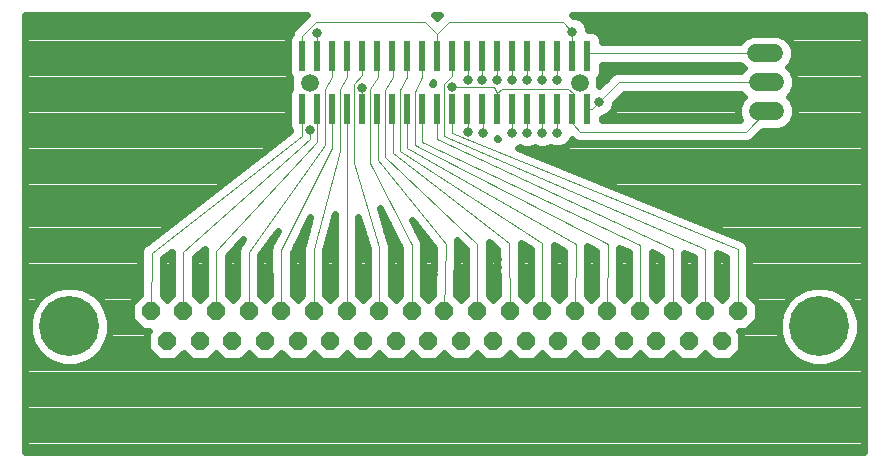
<source format=gtl>
G75*
%MOIN*%
%OFA0B0*%
%FSLAX25Y25*%
%IPPOS*%
%LPD*%
%AMOC8*
5,1,8,0,0,1.08239X$1,22.5*
%
%ADD10R,0.02362X0.09843*%
%ADD11C,0.05937*%
%ADD12OC8,0.06000*%
%ADD13C,0.20000*%
%ADD14C,0.05937*%
%ADD15C,0.00492*%
%ADD16C,0.03181*%
%ADD17C,0.02400*%
D10*
X0100015Y0142583D03*
X0105015Y0142583D03*
X0110015Y0142583D03*
X0115015Y0142583D03*
X0120015Y0142583D03*
X0125015Y0142583D03*
X0130015Y0142583D03*
X0135015Y0142583D03*
X0140015Y0142583D03*
X0145015Y0142583D03*
X0150015Y0142583D03*
X0155015Y0142583D03*
X0160015Y0142583D03*
X0165015Y0142583D03*
X0170015Y0142583D03*
X0175015Y0142583D03*
X0180015Y0142583D03*
X0185015Y0142583D03*
X0190015Y0142583D03*
X0195015Y0142583D03*
X0195015Y0160497D03*
X0190015Y0160497D03*
X0185015Y0160497D03*
X0180015Y0160497D03*
X0175015Y0160497D03*
X0170015Y0160497D03*
X0165015Y0160497D03*
X0160015Y0160497D03*
X0155015Y0160497D03*
X0150015Y0160497D03*
X0145015Y0160497D03*
X0140015Y0160497D03*
X0135015Y0160497D03*
X0130015Y0160497D03*
X0125015Y0160497D03*
X0120015Y0160497D03*
X0115015Y0160497D03*
X0110015Y0160497D03*
X0105015Y0160497D03*
X0100015Y0160497D03*
D11*
X0102515Y0151540D03*
X0192515Y0151540D03*
D12*
X0190917Y0075300D03*
X0201717Y0075300D03*
X0212617Y0075300D03*
X0223517Y0075300D03*
X0234317Y0075300D03*
X0245217Y0075300D03*
X0239817Y0065300D03*
X0228917Y0065300D03*
X0218017Y0065300D03*
X0207217Y0065300D03*
X0196317Y0065300D03*
X0185417Y0065300D03*
X0174617Y0065300D03*
X0163717Y0065300D03*
X0152817Y0065300D03*
X0142017Y0065300D03*
X0131117Y0065300D03*
X0120217Y0065300D03*
X0109417Y0065300D03*
X0098517Y0065300D03*
X0087617Y0065300D03*
X0076717Y0065300D03*
X0065917Y0065300D03*
X0055017Y0065300D03*
X0060417Y0075300D03*
X0049617Y0075300D03*
X0071317Y0075300D03*
X0082217Y0075300D03*
X0093017Y0075300D03*
X0103917Y0075300D03*
X0114817Y0075300D03*
X0125717Y0075300D03*
X0136517Y0075300D03*
X0147417Y0075300D03*
X0158317Y0075300D03*
X0169117Y0075300D03*
X0180017Y0075300D03*
D13*
X0272417Y0070300D03*
X0022417Y0070300D03*
D14*
X0251791Y0142111D02*
X0257728Y0142111D01*
X0257728Y0151658D02*
X0251791Y0151658D01*
X0251397Y0161304D02*
X0257334Y0161304D01*
D15*
X0254365Y0161304D02*
X0195822Y0161304D01*
X0195015Y0160497D01*
X0190094Y0160576D02*
X0190015Y0160497D01*
X0190094Y0160576D02*
X0190094Y0168568D01*
X0187043Y0171619D01*
X0148854Y0171619D01*
X0145015Y0167780D01*
X0145015Y0160497D01*
X0144917Y0160595D01*
X0144917Y0167682D01*
X0140980Y0171619D01*
X0104562Y0171619D01*
X0100015Y0167072D01*
X0100015Y0160497D01*
X0105015Y0160497D02*
X0105054Y0160536D01*
X0105054Y0168174D01*
X0110015Y0160497D02*
X0109976Y0160457D01*
X0109976Y0153410D01*
X0107515Y0149473D01*
X0107515Y0130772D01*
X0082118Y0095238D01*
X0082217Y0075300D01*
X0071317Y0075300D02*
X0071317Y0095263D01*
X0105054Y0131757D01*
X0105054Y0142544D01*
X0105015Y0142583D01*
X0109976Y0142544D02*
X0110015Y0142583D01*
X0109976Y0142544D02*
X0109976Y0129788D01*
X0092918Y0095802D01*
X0093017Y0075300D01*
X0103917Y0075300D02*
X0103917Y0096072D01*
X0112436Y0128706D01*
X0112436Y0149473D01*
X0114897Y0153410D01*
X0114897Y0160379D01*
X0115015Y0160497D01*
X0120015Y0160497D02*
X0120015Y0154099D01*
X0117357Y0150950D01*
X0117357Y0124769D01*
X0125717Y0096626D01*
X0125717Y0075300D01*
X0136517Y0075300D02*
X0136517Y0097342D01*
X0122476Y0124769D01*
X0122476Y0149375D01*
X0125133Y0153410D01*
X0125133Y0159828D01*
X0125015Y0160497D01*
X0130015Y0160497D02*
X0130153Y0160359D01*
X0130153Y0153410D01*
X0127692Y0149178D01*
X0127692Y0126835D01*
X0158317Y0097786D01*
X0158317Y0075300D01*
X0169117Y0075300D02*
X0168920Y0098108D01*
X0130153Y0127918D01*
X0130153Y0142721D01*
X0130015Y0142583D01*
X0130153Y0142721D02*
X0130153Y0144552D01*
X0135015Y0142583D02*
X0135074Y0142524D01*
X0135074Y0129887D01*
X0191113Y0097666D01*
X0190917Y0075300D01*
X0201717Y0075300D02*
X0201865Y0097741D01*
X0137535Y0130772D01*
X0137535Y0148489D01*
X0139995Y0153410D01*
X0139995Y0160477D01*
X0140015Y0160497D01*
X0135074Y0160438D02*
X0135015Y0160497D01*
X0135074Y0160438D02*
X0135074Y0153410D01*
X0132613Y0148981D01*
X0132613Y0128902D01*
X0180017Y0098035D01*
X0180017Y0075300D01*
X0212617Y0075300D02*
X0212692Y0097446D01*
X0139995Y0131757D01*
X0139995Y0142564D01*
X0140015Y0142583D01*
X0144917Y0142485D02*
X0145015Y0142583D01*
X0144917Y0142485D02*
X0144917Y0132741D01*
X0223519Y0095969D01*
X0223517Y0075300D01*
X0234317Y0075300D02*
X0234346Y0095969D01*
X0147377Y0133725D01*
X0147377Y0151146D01*
X0149838Y0153902D01*
X0149838Y0160320D01*
X0150015Y0160497D01*
X0154759Y0160241D02*
X0155015Y0160497D01*
X0155251Y0160261D01*
X0155251Y0152524D01*
X0159976Y0152426D02*
X0159976Y0160457D01*
X0160015Y0160497D01*
X0165015Y0160497D02*
X0165094Y0160418D01*
X0165094Y0152524D01*
X0163854Y0149965D02*
X0165015Y0147918D01*
X0166570Y0149473D01*
X0188716Y0149473D01*
X0190192Y0147997D01*
X0190192Y0142761D01*
X0190192Y0137662D01*
X0192653Y0135202D01*
X0247850Y0135202D01*
X0254759Y0142111D01*
X0254759Y0151658D02*
X0205665Y0151658D01*
X0199050Y0145044D01*
X0196590Y0142583D01*
X0195015Y0142583D01*
X0190192Y0142761D02*
X0190015Y0142583D01*
X0185074Y0142328D02*
X0185015Y0142583D01*
X0185074Y0142328D02*
X0185074Y0134808D01*
X0179857Y0134709D02*
X0179857Y0142426D01*
X0180015Y0142583D01*
X0175015Y0142583D02*
X0174936Y0142505D01*
X0174936Y0134611D01*
X0170015Y0134611D02*
X0170015Y0142583D01*
X0165015Y0142583D02*
X0165015Y0147918D01*
X0163854Y0149965D02*
X0149936Y0149965D01*
X0150015Y0142583D02*
X0149838Y0142406D01*
X0149838Y0134709D01*
X0245172Y0095969D01*
X0245217Y0075300D01*
X0147417Y0075300D02*
X0147810Y0097761D01*
X0125428Y0125851D01*
X0125133Y0142465D01*
X0125015Y0142583D01*
X0120015Y0142583D02*
X0120015Y0149670D01*
X0115015Y0142583D02*
X0114817Y0142385D01*
X0114817Y0075300D01*
X0060417Y0075300D02*
X0060417Y0094993D01*
X0102594Y0132741D01*
X0102594Y0135694D01*
X0099936Y0133627D02*
X0099936Y0142505D01*
X0100015Y0142583D01*
X0099936Y0133627D02*
X0049813Y0094823D01*
X0049617Y0075300D01*
X0155251Y0135202D02*
X0155251Y0142347D01*
X0155015Y0142583D01*
X0160015Y0142583D02*
X0160172Y0142426D01*
X0160172Y0134709D01*
X0170015Y0152426D02*
X0170015Y0160497D01*
X0174936Y0160418D02*
X0175015Y0160497D01*
X0174936Y0160418D02*
X0174936Y0152426D01*
X0180054Y0152426D02*
X0180054Y0160457D01*
X0180015Y0160497D01*
X0184976Y0160457D02*
X0185015Y0160497D01*
X0184976Y0160457D02*
X0184976Y0152426D01*
D16*
X0184976Y0152426D03*
X0180054Y0152426D03*
X0174936Y0152426D03*
X0170015Y0152426D03*
X0165094Y0152524D03*
X0159976Y0152426D03*
X0155251Y0152524D03*
X0149936Y0149965D03*
X0155251Y0135202D03*
X0160172Y0134709D03*
X0170015Y0134611D03*
X0174936Y0134611D03*
X0179857Y0134709D03*
X0185074Y0134808D03*
X0199050Y0145044D03*
X0190094Y0168568D03*
X0120015Y0149670D03*
X0102594Y0135694D03*
X0105054Y0168174D03*
D17*
X0007522Y0174170D02*
X0007522Y0028319D01*
X0287232Y0028319D01*
X0287232Y0174170D01*
X0189930Y0174170D01*
X0190342Y0173758D01*
X0191126Y0173758D01*
X0193034Y0172968D01*
X0194494Y0171508D01*
X0195284Y0169600D01*
X0195284Y0169018D01*
X0196912Y0169018D01*
X0198235Y0168470D01*
X0199248Y0167457D01*
X0199796Y0166134D01*
X0199796Y0165150D01*
X0245954Y0165150D01*
X0247676Y0166872D01*
X0250090Y0167872D01*
X0258640Y0167872D01*
X0261055Y0166872D01*
X0262902Y0165025D01*
X0263902Y0162610D01*
X0263902Y0159997D01*
X0262902Y0157583D01*
X0261997Y0156678D01*
X0263296Y0155379D01*
X0264296Y0152965D01*
X0264296Y0150352D01*
X0263296Y0147938D01*
X0262243Y0146885D01*
X0263296Y0145832D01*
X0264296Y0143418D01*
X0264296Y0140804D01*
X0263296Y0138390D01*
X0261448Y0136543D01*
X0259034Y0135543D01*
X0253630Y0135543D01*
X0250028Y0131941D01*
X0248615Y0131356D01*
X0191888Y0131356D01*
X0190474Y0131941D01*
X0189789Y0132627D01*
X0189474Y0131868D01*
X0188014Y0130408D01*
X0186106Y0129617D01*
X0184042Y0129617D01*
X0182585Y0130221D01*
X0180890Y0129519D01*
X0178825Y0129519D01*
X0177516Y0130061D01*
X0175969Y0129420D01*
X0173904Y0129420D01*
X0172476Y0130012D01*
X0172049Y0129835D01*
X0245920Y0099817D01*
X0245929Y0099817D01*
X0246629Y0099529D01*
X0247329Y0099244D01*
X0247336Y0099238D01*
X0247344Y0099234D01*
X0247881Y0098700D01*
X0248418Y0098170D01*
X0248422Y0098161D01*
X0248428Y0098155D01*
X0248719Y0097456D01*
X0249013Y0096760D01*
X0249013Y0096751D01*
X0249017Y0096743D01*
X0249018Y0095986D01*
X0249024Y0095230D01*
X0249020Y0095222D01*
X0249051Y0080799D01*
X0251817Y0078034D01*
X0251817Y0072566D01*
X0247950Y0068700D01*
X0245750Y0068700D01*
X0246417Y0068034D01*
X0246417Y0062566D01*
X0242550Y0058700D01*
X0237083Y0058700D01*
X0234367Y0061416D01*
X0231650Y0058700D01*
X0226183Y0058700D01*
X0223467Y0061416D01*
X0220750Y0058700D01*
X0215283Y0058700D01*
X0212617Y0061366D01*
X0209950Y0058700D01*
X0204483Y0058700D01*
X0201767Y0061416D01*
X0199050Y0058700D01*
X0193583Y0058700D01*
X0190867Y0061416D01*
X0188150Y0058700D01*
X0182683Y0058700D01*
X0180017Y0061366D01*
X0177350Y0058700D01*
X0171883Y0058700D01*
X0169167Y0061416D01*
X0166450Y0058700D01*
X0160983Y0058700D01*
X0158267Y0061416D01*
X0155550Y0058700D01*
X0150083Y0058700D01*
X0147417Y0061366D01*
X0144750Y0058700D01*
X0139283Y0058700D01*
X0136567Y0061416D01*
X0133850Y0058700D01*
X0128383Y0058700D01*
X0125667Y0061416D01*
X0122950Y0058700D01*
X0117483Y0058700D01*
X0114817Y0061366D01*
X0112150Y0058700D01*
X0106683Y0058700D01*
X0103967Y0061416D01*
X0101250Y0058700D01*
X0095783Y0058700D01*
X0093067Y0061416D01*
X0090350Y0058700D01*
X0084883Y0058700D01*
X0082167Y0061416D01*
X0079450Y0058700D01*
X0073983Y0058700D01*
X0071317Y0061366D01*
X0068650Y0058700D01*
X0063183Y0058700D01*
X0060467Y0061416D01*
X0057750Y0058700D01*
X0052283Y0058700D01*
X0048417Y0062566D01*
X0048417Y0068034D01*
X0049083Y0068700D01*
X0046883Y0068700D01*
X0043017Y0072566D01*
X0043017Y0078034D01*
X0045826Y0080843D01*
X0045962Y0094327D01*
X0045902Y0094550D01*
X0045970Y0095086D01*
X0045975Y0095627D01*
X0046066Y0095839D01*
X0046095Y0096067D01*
X0046363Y0096537D01*
X0046575Y0097034D01*
X0046740Y0097196D01*
X0046854Y0097396D01*
X0047282Y0097727D01*
X0047668Y0098105D01*
X0047882Y0098191D01*
X0095978Y0135427D01*
X0095782Y0135623D01*
X0095234Y0136946D01*
X0095234Y0148221D01*
X0095782Y0149544D01*
X0096100Y0149862D01*
X0095946Y0150234D01*
X0095946Y0152847D01*
X0096100Y0153218D01*
X0095782Y0153536D01*
X0095234Y0154859D01*
X0095234Y0166134D01*
X0095782Y0167457D01*
X0096174Y0167850D01*
X0096754Y0169250D01*
X0101302Y0173798D01*
X0101675Y0174170D01*
X0007522Y0174170D01*
X0007522Y0174136D02*
X0101640Y0174136D01*
X0099242Y0171738D02*
X0007522Y0171738D01*
X0007522Y0169339D02*
X0096843Y0169339D01*
X0095568Y0166941D02*
X0007522Y0166941D01*
X0007522Y0164542D02*
X0095234Y0164542D01*
X0095234Y0162144D02*
X0007522Y0162144D01*
X0007522Y0159745D02*
X0095234Y0159745D01*
X0095234Y0157347D02*
X0007522Y0157347D01*
X0007522Y0154948D02*
X0095234Y0154948D01*
X0095946Y0152550D02*
X0007522Y0152550D01*
X0007522Y0150151D02*
X0095981Y0150151D01*
X0095234Y0147753D02*
X0007522Y0147753D01*
X0007522Y0145354D02*
X0095234Y0145354D01*
X0095234Y0142956D02*
X0007522Y0142956D01*
X0007522Y0140557D02*
X0095234Y0140557D01*
X0095234Y0138159D02*
X0007522Y0138159D01*
X0007522Y0135760D02*
X0095725Y0135760D01*
X0093311Y0133362D02*
X0007522Y0133362D01*
X0007522Y0130963D02*
X0090213Y0130963D01*
X0087115Y0128565D02*
X0007522Y0128565D01*
X0007522Y0126166D02*
X0084017Y0126166D01*
X0080918Y0123768D02*
X0007522Y0123768D01*
X0007522Y0121369D02*
X0077820Y0121369D01*
X0074722Y0118970D02*
X0007522Y0118970D01*
X0007522Y0116572D02*
X0071624Y0116572D01*
X0068526Y0114173D02*
X0007522Y0114173D01*
X0007522Y0111775D02*
X0065428Y0111775D01*
X0062330Y0109376D02*
X0007522Y0109376D01*
X0007522Y0106978D02*
X0059231Y0106978D01*
X0056133Y0104579D02*
X0007522Y0104579D01*
X0007522Y0102181D02*
X0053035Y0102181D01*
X0049937Y0099782D02*
X0007522Y0099782D01*
X0007522Y0097384D02*
X0046847Y0097384D01*
X0045957Y0094985D02*
X0007522Y0094985D01*
X0007522Y0092587D02*
X0045945Y0092587D01*
X0045920Y0090188D02*
X0007522Y0090188D01*
X0007522Y0087790D02*
X0045896Y0087790D01*
X0045872Y0085391D02*
X0007522Y0085391D01*
X0007522Y0082993D02*
X0017240Y0082993D01*
X0017167Y0082973D02*
X0014066Y0081183D01*
X0011534Y0078651D01*
X0009743Y0075549D01*
X0008817Y0072090D01*
X0008817Y0068510D01*
X0009743Y0065051D01*
X0011534Y0061949D01*
X0014066Y0059417D01*
X0017167Y0057627D01*
X0020626Y0056700D01*
X0024207Y0056700D01*
X0027666Y0057627D01*
X0030767Y0059417D01*
X0033299Y0061949D01*
X0035090Y0065051D01*
X0036017Y0068510D01*
X0036017Y0072090D01*
X0035090Y0075549D01*
X0033299Y0078651D01*
X0030767Y0081183D01*
X0027666Y0082973D01*
X0024207Y0083900D01*
X0020626Y0083900D01*
X0017167Y0082973D01*
X0013478Y0080594D02*
X0007522Y0080594D01*
X0007522Y0078196D02*
X0011271Y0078196D01*
X0009886Y0075797D02*
X0007522Y0075797D01*
X0007522Y0073399D02*
X0009167Y0073399D01*
X0008817Y0071000D02*
X0007522Y0071000D01*
X0007522Y0068602D02*
X0008817Y0068602D01*
X0009434Y0066203D02*
X0007522Y0066203D01*
X0007522Y0063805D02*
X0010463Y0063805D01*
X0012077Y0061406D02*
X0007522Y0061406D01*
X0007522Y0059008D02*
X0014775Y0059008D01*
X0007522Y0056609D02*
X0287232Y0056609D01*
X0287232Y0059008D02*
X0280058Y0059008D01*
X0280767Y0059417D02*
X0283299Y0061949D01*
X0285090Y0065051D01*
X0286017Y0068510D01*
X0286017Y0072090D01*
X0285090Y0075549D01*
X0283299Y0078651D01*
X0280767Y0081183D01*
X0277666Y0082973D01*
X0274207Y0083900D01*
X0270626Y0083900D01*
X0267167Y0082973D01*
X0264066Y0081183D01*
X0261534Y0078651D01*
X0259743Y0075549D01*
X0258817Y0072090D01*
X0258817Y0068510D01*
X0259743Y0065051D01*
X0261534Y0061949D01*
X0264066Y0059417D01*
X0267167Y0057627D01*
X0270626Y0056700D01*
X0274207Y0056700D01*
X0277666Y0057627D01*
X0280767Y0059417D01*
X0282756Y0061406D02*
X0287232Y0061406D01*
X0287232Y0063805D02*
X0284370Y0063805D01*
X0285399Y0066203D02*
X0287232Y0066203D01*
X0287232Y0068602D02*
X0286017Y0068602D01*
X0286017Y0071000D02*
X0287232Y0071000D01*
X0287232Y0073399D02*
X0285666Y0073399D01*
X0284947Y0075797D02*
X0287232Y0075797D01*
X0287232Y0078196D02*
X0283562Y0078196D01*
X0281356Y0080594D02*
X0287232Y0080594D01*
X0287232Y0082993D02*
X0277593Y0082993D01*
X0267240Y0082993D02*
X0249046Y0082993D01*
X0249256Y0080594D02*
X0263478Y0080594D01*
X0261271Y0078196D02*
X0251655Y0078196D01*
X0251817Y0075797D02*
X0259886Y0075797D01*
X0259167Y0073399D02*
X0251817Y0073399D01*
X0250251Y0071000D02*
X0258817Y0071000D01*
X0258817Y0068602D02*
X0245849Y0068602D01*
X0246417Y0066203D02*
X0259434Y0066203D01*
X0260463Y0063805D02*
X0246417Y0063805D01*
X0245257Y0061406D02*
X0262077Y0061406D01*
X0264775Y0059008D02*
X0242858Y0059008D01*
X0236775Y0059008D02*
X0231958Y0059008D01*
X0234357Y0061406D02*
X0234377Y0061406D01*
X0225875Y0059008D02*
X0221058Y0059008D01*
X0223457Y0061406D02*
X0223477Y0061406D01*
X0214975Y0059008D02*
X0210258Y0059008D01*
X0204175Y0059008D02*
X0199358Y0059008D01*
X0201757Y0061406D02*
X0201777Y0061406D01*
X0193275Y0059008D02*
X0188458Y0059008D01*
X0190857Y0061406D02*
X0190877Y0061406D01*
X0182375Y0059008D02*
X0177658Y0059008D01*
X0171575Y0059008D02*
X0166758Y0059008D01*
X0169157Y0061406D02*
X0169177Y0061406D01*
X0160675Y0059008D02*
X0155858Y0059008D01*
X0158257Y0061406D02*
X0158277Y0061406D01*
X0149775Y0059008D02*
X0145058Y0059008D01*
X0138975Y0059008D02*
X0134158Y0059008D01*
X0136557Y0061406D02*
X0136577Y0061406D01*
X0128075Y0059008D02*
X0123258Y0059008D01*
X0125657Y0061406D02*
X0125677Y0061406D01*
X0117175Y0059008D02*
X0112458Y0059008D01*
X0106375Y0059008D02*
X0101558Y0059008D01*
X0103957Y0061406D02*
X0103977Y0061406D01*
X0095475Y0059008D02*
X0090658Y0059008D01*
X0093057Y0061406D02*
X0093077Y0061406D01*
X0084575Y0059008D02*
X0079758Y0059008D01*
X0082157Y0061406D02*
X0082177Y0061406D01*
X0073675Y0059008D02*
X0068958Y0059008D01*
X0062875Y0059008D02*
X0058058Y0059008D01*
X0060457Y0061406D02*
X0060477Y0061406D01*
X0051975Y0059008D02*
X0030058Y0059008D01*
X0032756Y0061406D02*
X0049577Y0061406D01*
X0048417Y0063805D02*
X0034370Y0063805D01*
X0035399Y0066203D02*
X0048417Y0066203D01*
X0048984Y0068602D02*
X0036017Y0068602D01*
X0036017Y0071000D02*
X0044582Y0071000D01*
X0043017Y0073399D02*
X0035666Y0073399D01*
X0034947Y0075797D02*
X0043017Y0075797D01*
X0043179Y0078196D02*
X0033562Y0078196D01*
X0031356Y0080594D02*
X0045577Y0080594D01*
X0045848Y0082993D02*
X0027593Y0082993D01*
X0053540Y0082993D02*
X0056570Y0082993D01*
X0056570Y0080788D02*
X0055017Y0079234D01*
X0053518Y0080733D01*
X0053640Y0092922D01*
X0056570Y0095190D01*
X0056570Y0095099D01*
X0056534Y0094442D01*
X0056570Y0094338D01*
X0056570Y0080788D01*
X0056377Y0080594D02*
X0053656Y0080594D01*
X0053565Y0085391D02*
X0056570Y0085391D01*
X0056570Y0087790D02*
X0053589Y0087790D01*
X0053613Y0090188D02*
X0056570Y0090188D01*
X0056570Y0092587D02*
X0053637Y0092587D01*
X0056306Y0094985D02*
X0056564Y0094985D01*
X0064263Y0093274D02*
X0067547Y0096213D01*
X0067470Y0096028D01*
X0067470Y0095950D01*
X0067443Y0095877D01*
X0067470Y0095188D01*
X0067470Y0080788D01*
X0065867Y0079184D01*
X0064263Y0080788D01*
X0064263Y0093274D01*
X0064263Y0092587D02*
X0067470Y0092587D01*
X0067470Y0094985D02*
X0066175Y0094985D01*
X0067470Y0090188D02*
X0064263Y0090188D01*
X0064263Y0087790D02*
X0067470Y0087790D01*
X0067470Y0085391D02*
X0064263Y0085391D01*
X0064263Y0082993D02*
X0067470Y0082993D01*
X0067277Y0080594D02*
X0064456Y0080594D01*
X0075163Y0080788D02*
X0076767Y0079184D01*
X0078343Y0080761D01*
X0078274Y0094911D01*
X0078199Y0095361D01*
X0078270Y0095668D01*
X0078268Y0095984D01*
X0078441Y0096407D01*
X0078544Y0096852D01*
X0078728Y0097108D01*
X0078847Y0097400D01*
X0079168Y0097725D01*
X0080320Y0099336D01*
X0075163Y0093758D01*
X0075163Y0080788D01*
X0075356Y0080594D02*
X0078177Y0080594D01*
X0078332Y0082993D02*
X0075163Y0082993D01*
X0075163Y0085391D02*
X0078321Y0085391D01*
X0078309Y0087790D02*
X0075163Y0087790D01*
X0075163Y0090188D02*
X0078297Y0090188D01*
X0078285Y0092587D02*
X0075163Y0092587D01*
X0076298Y0094985D02*
X0078261Y0094985D01*
X0078515Y0097384D02*
X0078840Y0097384D01*
X0085970Y0094013D02*
X0091837Y0102222D01*
X0089755Y0098073D01*
X0089647Y0097965D01*
X0089414Y0097394D01*
X0089138Y0096843D01*
X0089126Y0096690D01*
X0089068Y0096548D01*
X0089071Y0095932D01*
X0089027Y0095317D01*
X0089075Y0095171D01*
X0089144Y0080761D01*
X0087617Y0079234D01*
X0086035Y0080815D01*
X0085970Y0094013D01*
X0086665Y0094985D02*
X0089076Y0094985D01*
X0089087Y0092587D02*
X0085977Y0092587D01*
X0085989Y0090188D02*
X0089099Y0090188D01*
X0089110Y0087790D02*
X0086001Y0087790D01*
X0086013Y0085391D02*
X0089122Y0085391D01*
X0089134Y0082993D02*
X0086025Y0082993D01*
X0086256Y0080594D02*
X0088977Y0080594D01*
X0096836Y0080814D02*
X0096769Y0094899D01*
X0102744Y0106804D01*
X0100262Y0097299D01*
X0100070Y0096837D01*
X0100070Y0096565D01*
X0100002Y0096303D01*
X0100070Y0095807D01*
X0100070Y0080788D01*
X0098467Y0079184D01*
X0096836Y0080814D01*
X0097056Y0080594D02*
X0099877Y0080594D01*
X0100070Y0082993D02*
X0096826Y0082993D01*
X0096814Y0085391D02*
X0100070Y0085391D01*
X0100070Y0087790D02*
X0096803Y0087790D01*
X0096791Y0090188D02*
X0100070Y0090188D01*
X0100070Y0092587D02*
X0096780Y0092587D01*
X0096812Y0094985D02*
X0100070Y0094985D01*
X0100284Y0097384D02*
X0098016Y0097384D01*
X0099219Y0099782D02*
X0100910Y0099782D01*
X0100423Y0102181D02*
X0101537Y0102181D01*
X0101627Y0104579D02*
X0102163Y0104579D01*
X0108860Y0099782D02*
X0110970Y0099782D01*
X0110970Y0102181D02*
X0109486Y0102181D01*
X0110113Y0104579D02*
X0110970Y0104579D01*
X0110970Y0106978D02*
X0110739Y0106978D01*
X0110970Y0107865D02*
X0110970Y0080788D01*
X0109367Y0079184D01*
X0107763Y0080788D01*
X0107763Y0095578D01*
X0110970Y0107865D01*
X0118663Y0106867D02*
X0121870Y0096067D01*
X0121870Y0080788D01*
X0120267Y0079184D01*
X0118663Y0080788D01*
X0118663Y0106867D01*
X0118663Y0104579D02*
X0119342Y0104579D01*
X0118663Y0102181D02*
X0120054Y0102181D01*
X0120767Y0099782D02*
X0118663Y0099782D01*
X0118663Y0097384D02*
X0121479Y0097384D01*
X0121870Y0094985D02*
X0118663Y0094985D01*
X0118663Y0092587D02*
X0121870Y0092587D01*
X0121870Y0090188D02*
X0118663Y0090188D01*
X0118663Y0087790D02*
X0121870Y0087790D01*
X0121870Y0085391D02*
X0118663Y0085391D01*
X0118663Y0082993D02*
X0121870Y0082993D01*
X0121677Y0080594D02*
X0118856Y0080594D01*
X0110777Y0080594D02*
X0107956Y0080594D01*
X0107763Y0082993D02*
X0110970Y0082993D01*
X0110970Y0085391D02*
X0107763Y0085391D01*
X0107763Y0087790D02*
X0110970Y0087790D01*
X0110970Y0090188D02*
X0107763Y0090188D01*
X0107763Y0092587D02*
X0110970Y0092587D01*
X0110970Y0094985D02*
X0107763Y0094985D01*
X0108234Y0097384D02*
X0110970Y0097384D01*
X0128079Y0102181D02*
X0129718Y0102181D01*
X0128791Y0099782D02*
X0130946Y0099782D01*
X0129346Y0097913D02*
X0125813Y0109810D01*
X0132670Y0096414D01*
X0132670Y0080788D01*
X0131117Y0079234D01*
X0129563Y0080788D01*
X0129563Y0096426D01*
X0129621Y0096988D01*
X0129563Y0097185D01*
X0129563Y0097391D01*
X0129346Y0097913D01*
X0129563Y0097384D02*
X0132174Y0097384D01*
X0132670Y0094985D02*
X0129563Y0094985D01*
X0129563Y0092587D02*
X0132670Y0092587D01*
X0132670Y0090188D02*
X0129563Y0090188D01*
X0129563Y0087790D02*
X0132670Y0087790D01*
X0132670Y0085391D02*
X0129563Y0085391D01*
X0129563Y0082993D02*
X0132670Y0082993D01*
X0132477Y0080594D02*
X0129756Y0080594D01*
X0140363Y0080788D02*
X0140363Y0096736D01*
X0140412Y0096888D01*
X0140363Y0097496D01*
X0140363Y0098107D01*
X0140301Y0098254D01*
X0140289Y0098413D01*
X0140011Y0098957D01*
X0139777Y0099520D01*
X0139664Y0099633D01*
X0136543Y0105729D01*
X0143941Y0096445D01*
X0143668Y0080885D01*
X0141967Y0079184D01*
X0140363Y0080788D01*
X0140556Y0080594D02*
X0143377Y0080594D01*
X0143705Y0082993D02*
X0140363Y0082993D01*
X0140363Y0085391D02*
X0143747Y0085391D01*
X0143789Y0087790D02*
X0140363Y0087790D01*
X0140363Y0090188D02*
X0143831Y0090188D01*
X0143873Y0092587D02*
X0140363Y0092587D01*
X0140363Y0094985D02*
X0143915Y0094985D01*
X0143193Y0097384D02*
X0140372Y0097384D01*
X0139588Y0099782D02*
X0141282Y0099782D01*
X0139371Y0102181D02*
X0138360Y0102181D01*
X0137460Y0104579D02*
X0137132Y0104579D01*
X0128490Y0104579D02*
X0127366Y0104579D01*
X0127263Y0106978D02*
X0126654Y0106978D01*
X0126035Y0109376D02*
X0125941Y0109376D01*
X0151460Y0098988D02*
X0154470Y0096133D01*
X0154470Y0080788D01*
X0152867Y0079184D01*
X0151358Y0080693D01*
X0151652Y0097510D01*
X0151718Y0098089D01*
X0151666Y0098270D01*
X0151669Y0098458D01*
X0151460Y0098988D01*
X0151650Y0097384D02*
X0153152Y0097384D01*
X0154470Y0094985D02*
X0151608Y0094985D01*
X0151566Y0092587D02*
X0154470Y0092587D01*
X0154470Y0090188D02*
X0151524Y0090188D01*
X0151482Y0087790D02*
X0154470Y0087790D01*
X0154470Y0085391D02*
X0151440Y0085391D01*
X0151398Y0082993D02*
X0154470Y0082993D01*
X0154277Y0080594D02*
X0151456Y0080594D01*
X0162163Y0080788D02*
X0162163Y0097073D01*
X0162181Y0097123D01*
X0162163Y0097837D01*
X0162163Y0098452D01*
X0165090Y0096201D01*
X0165223Y0080741D01*
X0163717Y0079234D01*
X0162163Y0080788D01*
X0162356Y0080594D02*
X0165077Y0080594D01*
X0165204Y0082993D02*
X0162163Y0082993D01*
X0162163Y0085391D02*
X0165183Y0085391D01*
X0165163Y0087790D02*
X0162163Y0087790D01*
X0162163Y0090188D02*
X0165142Y0090188D01*
X0165121Y0092587D02*
X0162163Y0092587D01*
X0162163Y0094985D02*
X0165100Y0094985D01*
X0163552Y0097384D02*
X0162175Y0097384D01*
X0172772Y0097384D02*
X0173968Y0097384D01*
X0172770Y0097616D02*
X0172832Y0097847D01*
X0172793Y0098149D01*
X0176170Y0095949D01*
X0176170Y0080788D01*
X0174567Y0079184D01*
X0172915Y0080835D01*
X0172770Y0097616D01*
X0172793Y0094985D02*
X0176170Y0094985D01*
X0176170Y0092587D02*
X0172814Y0092587D01*
X0172834Y0090188D02*
X0176170Y0090188D01*
X0176170Y0087790D02*
X0172855Y0087790D01*
X0172876Y0085391D02*
X0176170Y0085391D01*
X0176170Y0082993D02*
X0172896Y0082993D01*
X0173156Y0080594D02*
X0175977Y0080594D01*
X0183863Y0080788D02*
X0185467Y0079184D01*
X0187119Y0080836D01*
X0187248Y0095452D01*
X0183863Y0097399D01*
X0183863Y0080788D01*
X0184056Y0080594D02*
X0186877Y0080594D01*
X0187138Y0082993D02*
X0183863Y0082993D01*
X0183863Y0085391D02*
X0187159Y0085391D01*
X0187180Y0087790D02*
X0183863Y0087790D01*
X0183863Y0090188D02*
X0187201Y0090188D01*
X0187222Y0092587D02*
X0183863Y0092587D01*
X0183863Y0094985D02*
X0187244Y0094985D01*
X0183888Y0097384D02*
X0183863Y0097384D01*
X0194953Y0096967D02*
X0198004Y0095400D01*
X0197907Y0080824D01*
X0196317Y0079234D01*
X0194811Y0080740D01*
X0194953Y0096967D01*
X0194936Y0094985D02*
X0198001Y0094985D01*
X0197985Y0092587D02*
X0194915Y0092587D01*
X0194894Y0090188D02*
X0197969Y0090188D01*
X0197953Y0087790D02*
X0194873Y0087790D01*
X0194852Y0085391D02*
X0197937Y0085391D01*
X0197921Y0082993D02*
X0194830Y0082993D01*
X0194956Y0080594D02*
X0197677Y0080594D01*
X0205599Y0080751D02*
X0205703Y0096491D01*
X0208838Y0095012D01*
X0208789Y0080807D01*
X0207167Y0079184D01*
X0205599Y0080751D01*
X0205756Y0080594D02*
X0208577Y0080594D01*
X0208797Y0082993D02*
X0205614Y0082993D01*
X0205630Y0085391D02*
X0208805Y0085391D01*
X0208813Y0087790D02*
X0205645Y0087790D01*
X0205661Y0090188D02*
X0208821Y0090188D01*
X0208829Y0092587D02*
X0205677Y0092587D01*
X0205693Y0094985D02*
X0208838Y0094985D01*
X0216530Y0094985D02*
X0216546Y0094985D01*
X0216530Y0094993D02*
X0219673Y0093523D01*
X0219671Y0080788D01*
X0218067Y0079184D01*
X0216481Y0080769D01*
X0216530Y0094993D01*
X0216522Y0092587D02*
X0219672Y0092587D01*
X0219672Y0090188D02*
X0216513Y0090188D01*
X0216505Y0087790D02*
X0219672Y0087790D01*
X0219672Y0085391D02*
X0216497Y0085391D01*
X0216489Y0082993D02*
X0219671Y0082993D01*
X0219477Y0080594D02*
X0216656Y0080594D01*
X0227363Y0080787D02*
X0227365Y0094807D01*
X0230496Y0093448D01*
X0230478Y0080795D01*
X0228917Y0079234D01*
X0227363Y0080787D01*
X0227556Y0080594D02*
X0230277Y0080594D01*
X0230481Y0082993D02*
X0227363Y0082993D01*
X0227364Y0085391D02*
X0230485Y0085391D01*
X0230488Y0087790D02*
X0227364Y0087790D01*
X0227364Y0090188D02*
X0230491Y0090188D01*
X0230495Y0092587D02*
X0227365Y0092587D01*
X0238187Y0092587D02*
X0241334Y0092587D01*
X0241332Y0093378D02*
X0241359Y0080776D01*
X0239767Y0079184D01*
X0238170Y0080780D01*
X0238190Y0094655D01*
X0241332Y0093378D01*
X0241339Y0090188D02*
X0238184Y0090188D01*
X0238180Y0087790D02*
X0241344Y0087790D01*
X0241349Y0085391D02*
X0238177Y0085391D01*
X0238173Y0082993D02*
X0241354Y0082993D01*
X0241177Y0080594D02*
X0238356Y0080594D01*
X0249041Y0085391D02*
X0287232Y0085391D01*
X0287232Y0087790D02*
X0249036Y0087790D01*
X0249031Y0090188D02*
X0287232Y0090188D01*
X0287232Y0092587D02*
X0249026Y0092587D01*
X0249021Y0094985D02*
X0287232Y0094985D01*
X0287232Y0097384D02*
X0248750Y0097384D01*
X0246013Y0099782D02*
X0287232Y0099782D01*
X0287232Y0102181D02*
X0240103Y0102181D01*
X0234200Y0104579D02*
X0287232Y0104579D01*
X0287232Y0106978D02*
X0228298Y0106978D01*
X0222395Y0109376D02*
X0287232Y0109376D01*
X0287232Y0111775D02*
X0216493Y0111775D01*
X0210591Y0114173D02*
X0287232Y0114173D01*
X0287232Y0116572D02*
X0204688Y0116572D01*
X0198786Y0118970D02*
X0287232Y0118970D01*
X0287232Y0121369D02*
X0192883Y0121369D01*
X0186981Y0123768D02*
X0287232Y0123768D01*
X0287232Y0126166D02*
X0181078Y0126166D01*
X0175176Y0128565D02*
X0287232Y0128565D01*
X0287232Y0130963D02*
X0188570Y0130963D01*
X0199796Y0139048D02*
X0199796Y0139854D01*
X0200083Y0139854D01*
X0201991Y0140644D01*
X0203451Y0142104D01*
X0204241Y0144012D01*
X0204241Y0144795D01*
X0207258Y0147812D01*
X0246347Y0147812D01*
X0247275Y0146885D01*
X0246222Y0145832D01*
X0245222Y0143418D01*
X0245222Y0140804D01*
X0245950Y0139048D01*
X0199796Y0139048D01*
X0201781Y0140557D02*
X0245325Y0140557D01*
X0245222Y0142956D02*
X0203804Y0142956D01*
X0204800Y0145354D02*
X0246024Y0145354D01*
X0246407Y0147753D02*
X0207198Y0147753D01*
X0201117Y0152550D02*
X0199083Y0152550D01*
X0199083Y0152847D02*
X0198930Y0153218D01*
X0199248Y0153536D01*
X0199796Y0154859D01*
X0199796Y0157458D01*
X0245954Y0157458D01*
X0247127Y0156284D01*
X0246347Y0155504D01*
X0204900Y0155504D01*
X0203486Y0154919D01*
X0199083Y0150516D01*
X0199083Y0152847D01*
X0199796Y0154948D02*
X0203557Y0154948D01*
X0199796Y0157347D02*
X0246065Y0157347D01*
X0247841Y0166941D02*
X0199462Y0166941D01*
X0195284Y0169339D02*
X0287232Y0169339D01*
X0287232Y0166941D02*
X0260890Y0166941D01*
X0263102Y0164542D02*
X0287232Y0164542D01*
X0287232Y0162144D02*
X0263902Y0162144D01*
X0263798Y0159745D02*
X0287232Y0159745D01*
X0287232Y0157347D02*
X0262666Y0157347D01*
X0263475Y0154948D02*
X0287232Y0154948D01*
X0287232Y0152550D02*
X0264296Y0152550D01*
X0264213Y0150151D02*
X0287232Y0150151D01*
X0287232Y0147753D02*
X0263111Y0147753D01*
X0263494Y0145354D02*
X0287232Y0145354D01*
X0287232Y0142956D02*
X0264296Y0142956D01*
X0264194Y0140557D02*
X0287232Y0140557D01*
X0287232Y0138159D02*
X0263064Y0138159D01*
X0259559Y0135760D02*
X0287232Y0135760D01*
X0287232Y0133362D02*
X0251449Y0133362D01*
X0287232Y0171738D02*
X0194264Y0171738D01*
X0189964Y0174136D02*
X0287232Y0174136D01*
X0165227Y0132608D02*
X0164964Y0132714D01*
X0165073Y0132978D01*
X0165227Y0132608D01*
X0143527Y0151105D02*
X0143143Y0151105D01*
X0143156Y0151132D01*
X0143256Y0151232D01*
X0143496Y0151812D01*
X0143531Y0151882D01*
X0143531Y0151799D01*
X0143494Y0151693D01*
X0143527Y0151105D01*
X0144917Y0173121D02*
X0143867Y0174170D01*
X0145966Y0174170D01*
X0145593Y0173798D01*
X0144917Y0173121D01*
X0145932Y0174136D02*
X0143901Y0174136D01*
X0091817Y0102181D02*
X0091808Y0102181D01*
X0090613Y0099782D02*
X0090094Y0099782D01*
X0089409Y0097384D02*
X0088379Y0097384D01*
X0007522Y0054211D02*
X0287232Y0054211D01*
X0287232Y0051812D02*
X0007522Y0051812D01*
X0007522Y0049414D02*
X0287232Y0049414D01*
X0287232Y0047015D02*
X0007522Y0047015D01*
X0007522Y0044617D02*
X0287232Y0044617D01*
X0287232Y0042218D02*
X0007522Y0042218D01*
X0007522Y0039820D02*
X0287232Y0039820D01*
X0287232Y0037421D02*
X0007522Y0037421D01*
X0007522Y0035023D02*
X0287232Y0035023D01*
X0287232Y0032624D02*
X0007522Y0032624D01*
X0007522Y0030226D02*
X0287232Y0030226D01*
M02*

</source>
